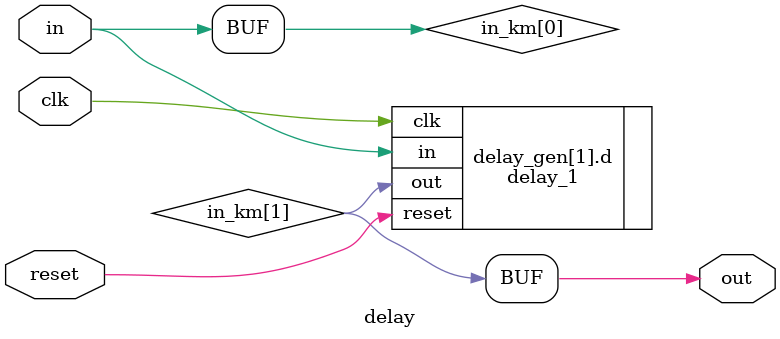
<source format=v>
module delay(
    input                     clk,
    input                     reset,
    input [(WIDTH-1):0]       in,
    output wire [(WIDTH-1):0] out);

   parameter WIDTH = 1;
   parameter DELAY = 1;

   wire [(WIDTH-1):0] in_km[0:DELAY];

   assign in_km[0] = in;

   genvar i;
   generate
      for(i=1;i<=DELAY;i=i+1) begin:delay_gen
         delay_1 #(.WIDTH(WIDTH))
           d(.clk(clk),
             .reset(reset),
             .in(in_km[i-1]),
             .out(in_km[i]));
      end
   endgenerate

   assign out = in_km[DELAY];
   
endmodule
</source>
